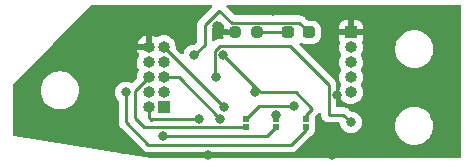
<source format=gtl>
%TF.GenerationSoftware,KiCad,Pcbnew,(6.0.7)*%
%TF.CreationDate,2022-08-20T21:52:45-04:00*%
%TF.ProjectId,THE_ENCODER,5448455f-454e-4434-9f44-45522e6b6963,rev?*%
%TF.SameCoordinates,Original*%
%TF.FileFunction,Copper,L1,Top*%
%TF.FilePolarity,Positive*%
%FSLAX46Y46*%
G04 Gerber Fmt 4.6, Leading zero omitted, Abs format (unit mm)*
G04 Created by KiCad (PCBNEW (6.0.7)) date 2022-08-20 21:52:45*
%MOMM*%
%LPD*%
G01*
G04 APERTURE LIST*
G04 Aperture macros list*
%AMRoundRect*
0 Rectangle with rounded corners*
0 $1 Rounding radius*
0 $2 $3 $4 $5 $6 $7 $8 $9 X,Y pos of 4 corners*
0 Add a 4 corners polygon primitive as box body*
4,1,4,$2,$3,$4,$5,$6,$7,$8,$9,$2,$3,0*
0 Add four circle primitives for the rounded corners*
1,1,$1+$1,$2,$3*
1,1,$1+$1,$4,$5*
1,1,$1+$1,$6,$7*
1,1,$1+$1,$8,$9*
0 Add four rect primitives between the rounded corners*
20,1,$1+$1,$2,$3,$4,$5,0*
20,1,$1+$1,$4,$5,$6,$7,0*
20,1,$1+$1,$6,$7,$8,$9,0*
20,1,$1+$1,$8,$9,$2,$3,0*%
G04 Aperture macros list end*
%TA.AperFunction,SMDPad,CuDef*%
%ADD10R,0.500000X0.500000*%
%TD*%
%TA.AperFunction,SMDPad,CuDef*%
%ADD11RoundRect,0.237500X-0.287500X-0.237500X0.287500X-0.237500X0.287500X0.237500X-0.287500X0.237500X0*%
%TD*%
%TA.AperFunction,SMDPad,CuDef*%
%ADD12RoundRect,0.237500X0.250000X0.237500X-0.250000X0.237500X-0.250000X-0.237500X0.250000X-0.237500X0*%
%TD*%
%TA.AperFunction,ComponentPad*%
%ADD13R,1.000000X1.000000*%
%TD*%
%TA.AperFunction,ComponentPad*%
%ADD14O,1.000000X1.000000*%
%TD*%
%TA.AperFunction,ViaPad*%
%ADD15C,0.800000*%
%TD*%
%TA.AperFunction,Conductor*%
%ADD16C,0.250000*%
%TD*%
G04 APERTURE END LIST*
D10*
%TO.P,NT3,1,1*%
%TO.N,/b_norm*%
X137795000Y-84155000D03*
%TO.P,NT3,2,2*%
%TO.N,/b_alt*%
X137795000Y-84855000D03*
%TD*%
%TO.P,NT2,1,1*%
%TO.N,/a_norm*%
X135255000Y-84155000D03*
%TO.P,NT2,2,2*%
%TO.N,/a_alt*%
X135255000Y-84855000D03*
%TD*%
%TO.P,NT1,1,1*%
%TO.N,/i_norm*%
X140335000Y-84155000D03*
%TO.P,NT1,2,2*%
%TO.N,/i_alt*%
X140335000Y-84855000D03*
%TD*%
D11*
%TO.P,D1,1,K*%
%TO.N,Net-(D1-Pad1)*%
X138825000Y-76835000D03*
%TO.P,D1,2,A*%
%TO.N,Net-(C1-Pad2)*%
X140575000Y-76835000D03*
%TD*%
D12*
%TO.P,R1,2*%
%TO.N,GND*%
X134342500Y-76835000D03*
%TO.P,R1,1*%
%TO.N,Net-(D1-Pad1)*%
X136167500Y-76835000D03*
%TD*%
D13*
%TO.P,J1,1,Pin_1*%
%TO.N,GND*%
X144145000Y-76835000D03*
D14*
%TO.P,J1,2,Pin_2*%
%TO.N,Net-(J1-Pad2)*%
X144145000Y-78105000D03*
%TO.P,J1,3,Pin_3*%
%TO.N,Net-(J1-Pad3)*%
X144145000Y-79375000D03*
%TO.P,J1,4,Pin_4*%
%TO.N,Net-(J1-Pad4)*%
X144145000Y-80645000D03*
%TO.P,J1,5,Pin_5*%
%TO.N,Net-(J1-Pad5)*%
X144145000Y-81915000D03*
%TD*%
%TO.P,J2,10,Pin_10*%
%TO.N,GND*%
X127010000Y-78090000D03*
%TO.P,J2,9,Pin_9*%
%TO.N,/i_def*%
X128280000Y-78090000D03*
%TO.P,J2,8,Pin_8*%
%TO.N,/b_alt*%
X127010000Y-79360000D03*
%TO.P,J2,7,Pin_7*%
%TO.N,/a_def*%
X128280000Y-79360000D03*
%TO.P,J2,6,Pin_6*%
%TO.N,/a_alt*%
X127010000Y-80630000D03*
%TO.P,J2,5,Pin_5*%
%TO.N,/b_def*%
X128280000Y-80630000D03*
%TO.P,J2,4,Pin_4*%
%TO.N,/i_alt*%
X127010000Y-81900000D03*
%TO.P,J2,3,Pin_3*%
%TO.N,unconnected-(J2-Pad3)*%
X128280000Y-81900000D03*
%TO.P,J2,2,Pin_2*%
%TO.N,/5v*%
X127010000Y-83170000D03*
D13*
%TO.P,J2,1,Pin_1*%
%TO.N,/3v3*%
X128280000Y-83170000D03*
%TD*%
D15*
%TO.N,GND*%
X132000000Y-87250000D03*
X151750000Y-75250000D03*
X147000000Y-75750000D03*
X149000000Y-82250000D03*
X151250000Y-84000000D03*
X142500000Y-87250000D03*
X125250000Y-76000000D03*
X124750000Y-86750000D03*
X122000000Y-85000000D03*
X122250000Y-79250000D03*
%TO.N,/5v*%
X131250000Y-84130500D03*
%TO.N,GND*%
X132762299Y-76262299D03*
X142974500Y-82117745D03*
X137500000Y-75000000D03*
%TO.N,/a_norm*%
X139290000Y-83050000D03*
%TO.N,/b_norm*%
X137795000Y-83820000D03*
%TO.N,/i_norm*%
X135984500Y-81915000D03*
%TO.N,/a_def*%
X144145000Y-84455000D03*
X132715000Y-80645000D03*
%TO.N,/i_def*%
X133351639Y-83179957D03*
%TO.N,/b_def*%
X133042652Y-84130500D03*
%TO.N,/i_norm*%
X133350000Y-78740000D03*
%TO.N,/b_alt*%
X128270000Y-85635500D03*
%TO.N,/i_alt*%
X125095000Y-81915000D03*
%TO.N,Net-(C1-Pad2)*%
X130859552Y-78789552D03*
%TD*%
D16*
%TO.N,/5v*%
X127369500Y-84130500D02*
X131250000Y-84130500D01*
X127250000Y-84250000D02*
X127369500Y-84130500D01*
X127010000Y-84010000D02*
X127250000Y-84250000D01*
X127010000Y-83170000D02*
X127010000Y-84010000D01*
%TO.N,GND*%
X133335000Y-76835000D02*
X132762299Y-76262299D01*
X134342500Y-76835000D02*
X133335000Y-76835000D01*
%TO.N,Net-(C1-Pad2)*%
X131750000Y-77899104D02*
X130859552Y-78789552D01*
X139775000Y-76035000D02*
X134035000Y-76035000D01*
X134035000Y-76035000D02*
X133000000Y-75000000D01*
X133000000Y-75000000D02*
X131750000Y-76250000D01*
X140575000Y-76835000D02*
X139775000Y-76035000D01*
X131750000Y-76250000D02*
X131750000Y-77899104D01*
%TO.N,/a_def*%
X143510000Y-83820000D02*
X144145000Y-84455000D01*
X142250000Y-83820000D02*
X143510000Y-83820000D01*
X138975000Y-78015000D02*
X142250000Y-81290000D01*
X132625000Y-78439695D02*
X133049695Y-78015000D01*
X132625000Y-80555000D02*
X132625000Y-78439695D01*
X142250000Y-81290000D02*
X142250000Y-83820000D01*
X132715000Y-80645000D02*
X132625000Y-80555000D01*
X133049695Y-78015000D02*
X138975000Y-78015000D01*
%TO.N,/a_norm*%
X136360000Y-83050000D02*
X139290000Y-83050000D01*
X135255000Y-84155000D02*
X136360000Y-83050000D01*
%TO.N,/i_norm*%
X136525000Y-81915000D02*
X135890000Y-81280000D01*
X139485000Y-81915000D02*
X136525000Y-81915000D01*
X140870000Y-83300000D02*
X139485000Y-81915000D01*
X140335000Y-84155000D02*
X140335000Y-83835000D01*
X140335000Y-83835000D02*
X140870000Y-83300000D01*
%TO.N,/b_norm*%
X137795000Y-84155000D02*
X137795000Y-83820000D01*
%TO.N,/i_norm*%
X135890000Y-81820500D02*
X135890000Y-81280000D01*
X135984500Y-81915000D02*
X135890000Y-81820500D01*
X135890000Y-81280000D02*
X133350000Y-78740000D01*
%TO.N,/i_def*%
X133351639Y-83161639D02*
X133351639Y-83179957D01*
X128280000Y-78090000D02*
X133351639Y-83161639D01*
%TO.N,/b_def*%
X129542152Y-80630000D02*
X133042652Y-84130500D01*
X128280000Y-80630000D02*
X129542152Y-80630000D01*
%TO.N,/b_alt*%
X137014500Y-85635500D02*
X137795000Y-84855000D01*
X128270000Y-85635500D02*
X137014500Y-85635500D01*
%TO.N,/a_alt*%
X126587820Y-84855000D02*
X135255000Y-84855000D01*
X125820000Y-84087180D02*
X126587820Y-84855000D01*
X125820000Y-81820000D02*
X125820000Y-84087180D01*
X127010000Y-80630000D02*
X125820000Y-81820000D01*
%TO.N,/i_alt*%
X140335000Y-85090000D02*
X140335000Y-84855000D01*
X139065000Y-86360000D02*
X140335000Y-85090000D01*
X127000000Y-86360000D02*
X139065000Y-86360000D01*
X125095000Y-84455000D02*
X127000000Y-86360000D01*
X125095000Y-81915000D02*
X125095000Y-84455000D01*
%TO.N,Net-(D1-Pad1)*%
X138825000Y-76835000D02*
X136167500Y-76835000D01*
%TD*%
%TA.AperFunction,Conductor*%
%TO.N,GND*%
G36*
X132359527Y-74528502D02*
G01*
X132406020Y-74582158D01*
X132416124Y-74652432D01*
X132386630Y-74717012D01*
X132380501Y-74723595D01*
X131357747Y-75746348D01*
X131349461Y-75753888D01*
X131342982Y-75758000D01*
X131337557Y-75763777D01*
X131296357Y-75807651D01*
X131293602Y-75810493D01*
X131273865Y-75830230D01*
X131271385Y-75833427D01*
X131263682Y-75842447D01*
X131233414Y-75874679D01*
X131229595Y-75881625D01*
X131229593Y-75881628D01*
X131223652Y-75892434D01*
X131212801Y-75908953D01*
X131200386Y-75924959D01*
X131197241Y-75932228D01*
X131197238Y-75932232D01*
X131182826Y-75965537D01*
X131177609Y-75976187D01*
X131156305Y-76014940D01*
X131154334Y-76022615D01*
X131154334Y-76022616D01*
X131151267Y-76034562D01*
X131144863Y-76053266D01*
X131136819Y-76071855D01*
X131135580Y-76079678D01*
X131135577Y-76079688D01*
X131129901Y-76115524D01*
X131127495Y-76127144D01*
X131116500Y-76169970D01*
X131116500Y-76190224D01*
X131114949Y-76209934D01*
X131111780Y-76229943D01*
X131112526Y-76237835D01*
X131115941Y-76273961D01*
X131116500Y-76285819D01*
X131116500Y-77584510D01*
X131096498Y-77652631D01*
X131079595Y-77673605D01*
X130909053Y-77844147D01*
X130846741Y-77878173D01*
X130819958Y-77881052D01*
X130764065Y-77881052D01*
X130757613Y-77882424D01*
X130757608Y-77882424D01*
X130672923Y-77900425D01*
X130577264Y-77920758D01*
X130571234Y-77923443D01*
X130571233Y-77923443D01*
X130408830Y-77995749D01*
X130408828Y-77995750D01*
X130402800Y-77998434D01*
X130248299Y-78110686D01*
X130120512Y-78252608D01*
X130025025Y-78417996D01*
X130022983Y-78424281D01*
X129991056Y-78522542D01*
X129966010Y-78599624D01*
X129965451Y-78604939D01*
X129931947Y-78667001D01*
X129869798Y-78701323D01*
X129798959Y-78696597D01*
X129753332Y-78667427D01*
X129326674Y-78240769D01*
X129292648Y-78178457D01*
X129290763Y-78135883D01*
X129292985Y-78118295D01*
X129293380Y-78090000D01*
X129274080Y-77893167D01*
X129270837Y-77882424D01*
X129231824Y-77753209D01*
X129216916Y-77703831D01*
X129124066Y-77529204D01*
X129040525Y-77426773D01*
X129002960Y-77380713D01*
X129002957Y-77380710D01*
X128999065Y-77375938D01*
X128993152Y-77371046D01*
X128851425Y-77253799D01*
X128851421Y-77253797D01*
X128846675Y-77249870D01*
X128672701Y-77155802D01*
X128483768Y-77097318D01*
X128477643Y-77096674D01*
X128477642Y-77096674D01*
X128293204Y-77077289D01*
X128293202Y-77077289D01*
X128287075Y-77076645D01*
X128204576Y-77084153D01*
X128096251Y-77094011D01*
X128096248Y-77094012D01*
X128090112Y-77094570D01*
X128084206Y-77096308D01*
X128084202Y-77096309D01*
X128007597Y-77118855D01*
X127900381Y-77150410D01*
X127894923Y-77153263D01*
X127894919Y-77153265D01*
X127799135Y-77203340D01*
X127725110Y-77242040D01*
X127720310Y-77245900D01*
X127715153Y-77249274D01*
X127713849Y-77247281D01*
X127657977Y-77270354D01*
X127588122Y-77257674D01*
X127574186Y-77249522D01*
X127570980Y-77247360D01*
X127407924Y-77159196D01*
X127396619Y-77154444D01*
X127281308Y-77118750D01*
X127267205Y-77118544D01*
X127264000Y-77125299D01*
X127264000Y-78218000D01*
X127243998Y-78286121D01*
X127190342Y-78332614D01*
X127138000Y-78344000D01*
X126052282Y-78344000D01*
X126038751Y-78347973D01*
X126037601Y-78355975D01*
X126066552Y-78456941D01*
X126071067Y-78468345D01*
X126155794Y-78633207D01*
X126162432Y-78643507D01*
X126164131Y-78645650D01*
X126164667Y-78646975D01*
X126165774Y-78648692D01*
X126165448Y-78648902D01*
X126190770Y-78711460D01*
X126177600Y-78781224D01*
X126173979Y-78787316D01*
X126173846Y-78787474D01*
X126173370Y-78788341D01*
X126173364Y-78788350D01*
X126162153Y-78808743D01*
X126078567Y-78960787D01*
X126076706Y-78966654D01*
X126076705Y-78966656D01*
X126071396Y-78983392D01*
X126018765Y-79149306D01*
X125996719Y-79345851D01*
X125998872Y-79371495D01*
X126006599Y-79463507D01*
X126013268Y-79542934D01*
X126017569Y-79557934D01*
X126046756Y-79659719D01*
X126067783Y-79733050D01*
X126158187Y-79908956D01*
X126162016Y-79913787D01*
X126163839Y-79916088D01*
X126164414Y-79917509D01*
X126165353Y-79918966D01*
X126165076Y-79919144D01*
X126190474Y-79981898D01*
X126177301Y-80051662D01*
X126173846Y-80057474D01*
X126078567Y-80230787D01*
X126076706Y-80236654D01*
X126076705Y-80236656D01*
X126053284Y-80310489D01*
X126018765Y-80419306D01*
X125996719Y-80615851D01*
X126001995Y-80678673D01*
X126002014Y-80678905D01*
X125987783Y-80748461D01*
X125965551Y-80778545D01*
X125660356Y-81083739D01*
X125598044Y-81117764D01*
X125527228Y-81112699D01*
X125520013Y-81109750D01*
X125383323Y-81048892D01*
X125383315Y-81048889D01*
X125377288Y-81046206D01*
X125264721Y-81022279D01*
X125196944Y-81007872D01*
X125196939Y-81007872D01*
X125190487Y-81006500D01*
X124999513Y-81006500D01*
X124993061Y-81007872D01*
X124993056Y-81007872D01*
X124925279Y-81022279D01*
X124812712Y-81046206D01*
X124806682Y-81048891D01*
X124806681Y-81048891D01*
X124644278Y-81121197D01*
X124644276Y-81121198D01*
X124638248Y-81123882D01*
X124632907Y-81127762D01*
X124632906Y-81127763D01*
X124617346Y-81139068D01*
X124483747Y-81236134D01*
X124479326Y-81241044D01*
X124479325Y-81241045D01*
X124370203Y-81362238D01*
X124355960Y-81378056D01*
X124341073Y-81403841D01*
X124276798Y-81515169D01*
X124260473Y-81543444D01*
X124201458Y-81725072D01*
X124181496Y-81915000D01*
X124182186Y-81921565D01*
X124184100Y-81939771D01*
X124201458Y-82104928D01*
X124260473Y-82286556D01*
X124263776Y-82292278D01*
X124263777Y-82292279D01*
X124283927Y-82327179D01*
X124355960Y-82451944D01*
X124429137Y-82533215D01*
X124459853Y-82597221D01*
X124461500Y-82617524D01*
X124461500Y-84376233D01*
X124460973Y-84387416D01*
X124459298Y-84394909D01*
X124459547Y-84402835D01*
X124459547Y-84402836D01*
X124461438Y-84462986D01*
X124461500Y-84466945D01*
X124461500Y-84494856D01*
X124461997Y-84498790D01*
X124461997Y-84498791D01*
X124462005Y-84498856D01*
X124462938Y-84510693D01*
X124464327Y-84554889D01*
X124467651Y-84566329D01*
X124469978Y-84574339D01*
X124473987Y-84593700D01*
X124476526Y-84613797D01*
X124479445Y-84621168D01*
X124479445Y-84621170D01*
X124492804Y-84654912D01*
X124496649Y-84666142D01*
X124508982Y-84708593D01*
X124513015Y-84715412D01*
X124513017Y-84715417D01*
X124519293Y-84726028D01*
X124527988Y-84743776D01*
X124535448Y-84762617D01*
X124540110Y-84769033D01*
X124540110Y-84769034D01*
X124561436Y-84798387D01*
X124567952Y-84808307D01*
X124578745Y-84826556D01*
X124590458Y-84846362D01*
X124604779Y-84860683D01*
X124617619Y-84875716D01*
X124629528Y-84892107D01*
X124635634Y-84897158D01*
X124663605Y-84920298D01*
X124672384Y-84928288D01*
X126496348Y-86752253D01*
X126503888Y-86760539D01*
X126508000Y-86767018D01*
X126513777Y-86772443D01*
X126557651Y-86813643D01*
X126560493Y-86816398D01*
X126580230Y-86836135D01*
X126583427Y-86838615D01*
X126592447Y-86846318D01*
X126624679Y-86876586D01*
X126631625Y-86880405D01*
X126631628Y-86880407D01*
X126642434Y-86886348D01*
X126658953Y-86897199D01*
X126674959Y-86909614D01*
X126682228Y-86912759D01*
X126682232Y-86912762D01*
X126715537Y-86927174D01*
X126726187Y-86932391D01*
X126764940Y-86953695D01*
X126772615Y-86955666D01*
X126772616Y-86955666D01*
X126784562Y-86958733D01*
X126803267Y-86965137D01*
X126821855Y-86973181D01*
X126829678Y-86974420D01*
X126829688Y-86974423D01*
X126865524Y-86980099D01*
X126877144Y-86982505D01*
X126908959Y-86990673D01*
X126919970Y-86993500D01*
X126940224Y-86993500D01*
X126959934Y-86995051D01*
X126979943Y-86998220D01*
X126987835Y-86997474D01*
X127006580Y-86995702D01*
X127023962Y-86994059D01*
X127035819Y-86993500D01*
X138986233Y-86993500D01*
X138997416Y-86994027D01*
X139004909Y-86995702D01*
X139012835Y-86995453D01*
X139012836Y-86995453D01*
X139072986Y-86993562D01*
X139076945Y-86993500D01*
X139104856Y-86993500D01*
X139108791Y-86993003D01*
X139108856Y-86992995D01*
X139120693Y-86992062D01*
X139152951Y-86991048D01*
X139156970Y-86990922D01*
X139164889Y-86990673D01*
X139184343Y-86985021D01*
X139203700Y-86981013D01*
X139215930Y-86979468D01*
X139215931Y-86979468D01*
X139223797Y-86978474D01*
X139231168Y-86975555D01*
X139231170Y-86975555D01*
X139264912Y-86962196D01*
X139276142Y-86958351D01*
X139310983Y-86948229D01*
X139310984Y-86948229D01*
X139318593Y-86946018D01*
X139325412Y-86941985D01*
X139325417Y-86941983D01*
X139336028Y-86935707D01*
X139353776Y-86927012D01*
X139372617Y-86919552D01*
X139408387Y-86893564D01*
X139418307Y-86887048D01*
X139449535Y-86868580D01*
X139449538Y-86868578D01*
X139456362Y-86864542D01*
X139470683Y-86850221D01*
X139485717Y-86837380D01*
X139495694Y-86830131D01*
X139502107Y-86825472D01*
X139530298Y-86791395D01*
X139538288Y-86782616D01*
X140706154Y-85614750D01*
X140751019Y-85585863D01*
X140823297Y-85558767D01*
X140831705Y-85555615D01*
X140948261Y-85468261D01*
X141035615Y-85351705D01*
X141086745Y-85215316D01*
X141093500Y-85153134D01*
X141093500Y-84556866D01*
X141089344Y-84518606D01*
X141089344Y-84491393D01*
X141093131Y-84456533D01*
X141093131Y-84456529D01*
X141093500Y-84453134D01*
X141093500Y-84024594D01*
X141113502Y-83956473D01*
X141130405Y-83935499D01*
X141267182Y-83798722D01*
X141285453Y-83783606D01*
X141285715Y-83783428D01*
X141285717Y-83783426D01*
X141292271Y-83778972D01*
X141298197Y-83772251D01*
X141329429Y-83736825D01*
X141334848Y-83731056D01*
X141346134Y-83719770D01*
X141355930Y-83707142D01*
X141360973Y-83701046D01*
X141395987Y-83661331D01*
X141456040Y-83623461D01*
X141527034Y-83624070D01*
X141586429Y-83662964D01*
X141615367Y-83727795D01*
X141616500Y-83744657D01*
X141616500Y-83748207D01*
X141614268Y-83771816D01*
X141612725Y-83779906D01*
X141616251Y-83835951D01*
X141616500Y-83843862D01*
X141616500Y-83859856D01*
X141618506Y-83875730D01*
X141619249Y-83883598D01*
X141621417Y-83918056D01*
X141622775Y-83939650D01*
X141625225Y-83947191D01*
X141625321Y-83947487D01*
X141630494Y-83970631D01*
X141630532Y-83970935D01*
X141630533Y-83970940D01*
X141631526Y-83978797D01*
X141634442Y-83986162D01*
X141634443Y-83986166D01*
X141652199Y-84031011D01*
X141654871Y-84038430D01*
X141672236Y-84091875D01*
X141676486Y-84098571D01*
X141676486Y-84098572D01*
X141676650Y-84098831D01*
X141687415Y-84119958D01*
X141687529Y-84120246D01*
X141687532Y-84120251D01*
X141690448Y-84127617D01*
X141695104Y-84134025D01*
X141695107Y-84134031D01*
X141723458Y-84173052D01*
X141727901Y-84179589D01*
X141758000Y-84227018D01*
X141763778Y-84232444D01*
X141763779Y-84232445D01*
X141764007Y-84232659D01*
X141779688Y-84250446D01*
X141784528Y-84257107D01*
X141790637Y-84262161D01*
X141790638Y-84262162D01*
X141827796Y-84292903D01*
X141833730Y-84298134D01*
X141868898Y-84331158D01*
X141868901Y-84331160D01*
X141874679Y-84336586D01*
X141881903Y-84340558D01*
X141901506Y-84353881D01*
X141901746Y-84354080D01*
X141901753Y-84354084D01*
X141907856Y-84359133D01*
X141944196Y-84376233D01*
X141958676Y-84383047D01*
X141965708Y-84386629D01*
X142014940Y-84413695D01*
X142022615Y-84415665D01*
X142022621Y-84415668D01*
X142022919Y-84415744D01*
X142045228Y-84423776D01*
X142045503Y-84423906D01*
X142045511Y-84423909D01*
X142052682Y-84427283D01*
X142107849Y-84437806D01*
X142115558Y-84439529D01*
X142149551Y-84448257D01*
X142162293Y-84451529D01*
X142162294Y-84451529D01*
X142169970Y-84453500D01*
X142178207Y-84453500D01*
X142201816Y-84455732D01*
X142202119Y-84455790D01*
X142202123Y-84455790D01*
X142209906Y-84457275D01*
X142265951Y-84453749D01*
X142273862Y-84453500D01*
X143117887Y-84453500D01*
X143186008Y-84473502D01*
X143232501Y-84527158D01*
X143243197Y-84566329D01*
X143251458Y-84644928D01*
X143310473Y-84826556D01*
X143313776Y-84832278D01*
X143313777Y-84832279D01*
X143330176Y-84860683D01*
X143405960Y-84991944D01*
X143533747Y-85133866D01*
X143688248Y-85246118D01*
X143694276Y-85248802D01*
X143694278Y-85248803D01*
X143856681Y-85321109D01*
X143862712Y-85323794D01*
X143954466Y-85343297D01*
X144043056Y-85362128D01*
X144043061Y-85362128D01*
X144049513Y-85363500D01*
X144240487Y-85363500D01*
X144246939Y-85362128D01*
X144246944Y-85362128D01*
X144335534Y-85343297D01*
X144427288Y-85323794D01*
X144433319Y-85321109D01*
X144595722Y-85248803D01*
X144595724Y-85248802D01*
X144601752Y-85246118D01*
X144756253Y-85133866D01*
X144884040Y-84991944D01*
X144959824Y-84860683D01*
X144976223Y-84832279D01*
X144976224Y-84832278D01*
X144979527Y-84826556D01*
X145004402Y-84750000D01*
X147886526Y-84750000D01*
X147906391Y-85002403D01*
X147965495Y-85248591D01*
X147967388Y-85253162D01*
X147967389Y-85253164D01*
X148012524Y-85362128D01*
X148062384Y-85482502D01*
X148194672Y-85698376D01*
X148359102Y-85890898D01*
X148551624Y-86055328D01*
X148767498Y-86187616D01*
X148772068Y-86189509D01*
X148772072Y-86189511D01*
X148982764Y-86276782D01*
X149001409Y-86284505D01*
X149086032Y-86304821D01*
X149242784Y-86342454D01*
X149242790Y-86342455D01*
X149247597Y-86343609D01*
X149347416Y-86351465D01*
X149434345Y-86358307D01*
X149434352Y-86358307D01*
X149436801Y-86358500D01*
X149563199Y-86358500D01*
X149565648Y-86358307D01*
X149565655Y-86358307D01*
X149652584Y-86351465D01*
X149752403Y-86343609D01*
X149757210Y-86342455D01*
X149757216Y-86342454D01*
X149913968Y-86304821D01*
X149998591Y-86284505D01*
X150017236Y-86276782D01*
X150227928Y-86189511D01*
X150227932Y-86189509D01*
X150232502Y-86187616D01*
X150448376Y-86055328D01*
X150640898Y-85890898D01*
X150805328Y-85698376D01*
X150937616Y-85482502D01*
X150987477Y-85362128D01*
X151032611Y-85253164D01*
X151032612Y-85253162D01*
X151034505Y-85248591D01*
X151093609Y-85002403D01*
X151113474Y-84750000D01*
X151093609Y-84497597D01*
X151092000Y-84490892D01*
X151051749Y-84323238D01*
X151034505Y-84251409D01*
X151024402Y-84227018D01*
X150939511Y-84022072D01*
X150939509Y-84022068D01*
X150937616Y-84017498D01*
X150805328Y-83801624D01*
X150640898Y-83609102D01*
X150448376Y-83444672D01*
X150232502Y-83312384D01*
X150227932Y-83310491D01*
X150227928Y-83310489D01*
X150003164Y-83217389D01*
X150003162Y-83217388D01*
X149998591Y-83215495D01*
X149877909Y-83186522D01*
X149757216Y-83157546D01*
X149757210Y-83157545D01*
X149752403Y-83156391D01*
X149652584Y-83148535D01*
X149565655Y-83141693D01*
X149565648Y-83141693D01*
X149563199Y-83141500D01*
X149436801Y-83141500D01*
X149434352Y-83141693D01*
X149434345Y-83141693D01*
X149347416Y-83148535D01*
X149247597Y-83156391D01*
X149242790Y-83157545D01*
X149242784Y-83157546D01*
X149122091Y-83186522D01*
X149001409Y-83215495D01*
X148996838Y-83217388D01*
X148996836Y-83217389D01*
X148772072Y-83310489D01*
X148772068Y-83310491D01*
X148767498Y-83312384D01*
X148551624Y-83444672D01*
X148359102Y-83609102D01*
X148194672Y-83801624D01*
X148062384Y-84017498D01*
X148060491Y-84022068D01*
X148060489Y-84022072D01*
X147975598Y-84227018D01*
X147965495Y-84251409D01*
X147948251Y-84323238D01*
X147908001Y-84490892D01*
X147906391Y-84497597D01*
X147886526Y-84750000D01*
X145004402Y-84750000D01*
X145038542Y-84644928D01*
X145058504Y-84455000D01*
X145047876Y-84353881D01*
X145039232Y-84271635D01*
X145039232Y-84271633D01*
X145038542Y-84265072D01*
X144979527Y-84083444D01*
X144968939Y-84065104D01*
X144906220Y-83956473D01*
X144884040Y-83918056D01*
X144858895Y-83890129D01*
X144760675Y-83781045D01*
X144760674Y-83781044D01*
X144756253Y-83776134D01*
X144601752Y-83663882D01*
X144595724Y-83661198D01*
X144595722Y-83661197D01*
X144433319Y-83588891D01*
X144433318Y-83588891D01*
X144427288Y-83586206D01*
X144333888Y-83566353D01*
X144246944Y-83547872D01*
X144246939Y-83547872D01*
X144240487Y-83546500D01*
X144184595Y-83546500D01*
X144116474Y-83526498D01*
X144095500Y-83509595D01*
X144013652Y-83427747D01*
X144006112Y-83419461D01*
X144002000Y-83412982D01*
X143981383Y-83393621D01*
X143952349Y-83366357D01*
X143949507Y-83363602D01*
X143929770Y-83343865D01*
X143926573Y-83341385D01*
X143917551Y-83333680D01*
X143891100Y-83308841D01*
X143885321Y-83303414D01*
X143878375Y-83299595D01*
X143878372Y-83299593D01*
X143867566Y-83293652D01*
X143851047Y-83282801D01*
X143850583Y-83282441D01*
X143835041Y-83270386D01*
X143827772Y-83267241D01*
X143827768Y-83267238D01*
X143794463Y-83252826D01*
X143783813Y-83247609D01*
X143745060Y-83226305D01*
X143725437Y-83221267D01*
X143706734Y-83214863D01*
X143695420Y-83209967D01*
X143695419Y-83209967D01*
X143688145Y-83206819D01*
X143680322Y-83205580D01*
X143680312Y-83205577D01*
X143644476Y-83199901D01*
X143632856Y-83197495D01*
X143597711Y-83188472D01*
X143597710Y-83188472D01*
X143590030Y-83186500D01*
X143569776Y-83186500D01*
X143550065Y-83184949D01*
X143537886Y-83183020D01*
X143530057Y-83181780D01*
X143522165Y-83182526D01*
X143486039Y-83185941D01*
X143474181Y-83186500D01*
X143009500Y-83186500D01*
X142941379Y-83166498D01*
X142894886Y-83112842D01*
X142883500Y-83060500D01*
X142883500Y-81951158D01*
X142896971Y-81905280D01*
X142896004Y-81903325D01*
X143122469Y-81903325D01*
X143130396Y-81915660D01*
X143135058Y-81940615D01*
X143148268Y-82097934D01*
X143158436Y-82133393D01*
X143192780Y-82253164D01*
X143202783Y-82288050D01*
X143219885Y-82321326D01*
X143287014Y-82451944D01*
X143293187Y-82463956D01*
X143416035Y-82618953D01*
X143420728Y-82622947D01*
X143420729Y-82622948D01*
X143521608Y-82708802D01*
X143566650Y-82747136D01*
X143739294Y-82843624D01*
X143927392Y-82904740D01*
X144123777Y-82928158D01*
X144129912Y-82927686D01*
X144129914Y-82927686D01*
X144314830Y-82913457D01*
X144314834Y-82913456D01*
X144320972Y-82912984D01*
X144511463Y-82859798D01*
X144516967Y-82857018D01*
X144516969Y-82857017D01*
X144682495Y-82773404D01*
X144682497Y-82773403D01*
X144687996Y-82770625D01*
X144843847Y-82648861D01*
X144973078Y-82499145D01*
X145070769Y-82327179D01*
X145133197Y-82139513D01*
X145157985Y-81943295D01*
X145158380Y-81915000D01*
X145139080Y-81718167D01*
X145129149Y-81685272D01*
X145088225Y-81549729D01*
X145081916Y-81528831D01*
X144989066Y-81354204D01*
X144985167Y-81349424D01*
X144984715Y-81348743D01*
X144963676Y-81280935D01*
X144980105Y-81216775D01*
X145067723Y-81062542D01*
X145067725Y-81062537D01*
X145070769Y-81057179D01*
X145133197Y-80869513D01*
X145157985Y-80673295D01*
X145158380Y-80645000D01*
X145139080Y-80448167D01*
X145081916Y-80258831D01*
X144989066Y-80084204D01*
X144985167Y-80079424D01*
X144984715Y-80078743D01*
X144963676Y-80010935D01*
X144980105Y-79946775D01*
X145067723Y-79792542D01*
X145067725Y-79792537D01*
X145070769Y-79787179D01*
X145133197Y-79599513D01*
X145157985Y-79403295D01*
X145158188Y-79388753D01*
X145158331Y-79378523D01*
X145158331Y-79378520D01*
X145158380Y-79375000D01*
X145139080Y-79178167D01*
X145135658Y-79166831D01*
X145115162Y-79098947D01*
X145081916Y-78988831D01*
X144989066Y-78814204D01*
X144985167Y-78809424D01*
X144984715Y-78808743D01*
X144963676Y-78740935D01*
X144980105Y-78676775D01*
X144985416Y-78667427D01*
X145021148Y-78604527D01*
X145067723Y-78522542D01*
X145067725Y-78522537D01*
X145070769Y-78517179D01*
X145133197Y-78329513D01*
X145143242Y-78250000D01*
X147886526Y-78250000D01*
X147906391Y-78502403D01*
X147907545Y-78507210D01*
X147907546Y-78507216D01*
X147937794Y-78633207D01*
X147965495Y-78748591D01*
X147967388Y-78753162D01*
X147967389Y-78753164D01*
X148059603Y-78975787D01*
X148062384Y-78982502D01*
X148194672Y-79198376D01*
X148359102Y-79390898D01*
X148551624Y-79555328D01*
X148767498Y-79687616D01*
X148772068Y-79689509D01*
X148772072Y-79689511D01*
X148984555Y-79777524D01*
X149001409Y-79784505D01*
X149034886Y-79792542D01*
X149242784Y-79842454D01*
X149242790Y-79842455D01*
X149247597Y-79843609D01*
X149347416Y-79851465D01*
X149434345Y-79858307D01*
X149434352Y-79858307D01*
X149436801Y-79858500D01*
X149563199Y-79858500D01*
X149565648Y-79858307D01*
X149565655Y-79858307D01*
X149652584Y-79851465D01*
X149752403Y-79843609D01*
X149757210Y-79842455D01*
X149757216Y-79842454D01*
X149965114Y-79792542D01*
X149998591Y-79784505D01*
X150015445Y-79777524D01*
X150227928Y-79689511D01*
X150227932Y-79689509D01*
X150232502Y-79687616D01*
X150448376Y-79555328D01*
X150640898Y-79390898D01*
X150805328Y-79198376D01*
X150937616Y-78982502D01*
X150940398Y-78975787D01*
X151032611Y-78753164D01*
X151032612Y-78753162D01*
X151034505Y-78748591D01*
X151062206Y-78633207D01*
X151092454Y-78507216D01*
X151092455Y-78507210D01*
X151093609Y-78502403D01*
X151113474Y-78250000D01*
X151093609Y-77997597D01*
X151075807Y-77923443D01*
X151035660Y-77756221D01*
X151034505Y-77751409D01*
X151017388Y-77710084D01*
X150939511Y-77522072D01*
X150939509Y-77522068D01*
X150937616Y-77517498D01*
X150805328Y-77301624D01*
X150654708Y-77125271D01*
X150644106Y-77112858D01*
X150640898Y-77109102D01*
X150448376Y-76944672D01*
X150232502Y-76812384D01*
X150227932Y-76810491D01*
X150227928Y-76810489D01*
X150003164Y-76717389D01*
X150003162Y-76717388D01*
X149998591Y-76715495D01*
X149886156Y-76688502D01*
X149757216Y-76657546D01*
X149757210Y-76657545D01*
X149752403Y-76656391D01*
X149652584Y-76648535D01*
X149565655Y-76641693D01*
X149565648Y-76641693D01*
X149563199Y-76641500D01*
X149436801Y-76641500D01*
X149434352Y-76641693D01*
X149434345Y-76641693D01*
X149347416Y-76648535D01*
X149247597Y-76656391D01*
X149242790Y-76657545D01*
X149242784Y-76657546D01*
X149113844Y-76688502D01*
X149001409Y-76715495D01*
X148996838Y-76717388D01*
X148996836Y-76717389D01*
X148772072Y-76810489D01*
X148772068Y-76810491D01*
X148767498Y-76812384D01*
X148551624Y-76944672D01*
X148359102Y-77109102D01*
X148355894Y-77112858D01*
X148345292Y-77125271D01*
X148194672Y-77301624D01*
X148062384Y-77517498D01*
X148060491Y-77522068D01*
X148060489Y-77522072D01*
X147982612Y-77710084D01*
X147965495Y-77751409D01*
X147964340Y-77756221D01*
X147924194Y-77923443D01*
X147906391Y-77997597D01*
X147886526Y-78250000D01*
X145143242Y-78250000D01*
X145157985Y-78133295D01*
X145158380Y-78105000D01*
X145139080Y-77908167D01*
X145130894Y-77881052D01*
X145083699Y-77724736D01*
X145083698Y-77724734D01*
X145081916Y-77718831D01*
X145079022Y-77713387D01*
X145076973Y-77708417D01*
X145069509Y-77637814D01*
X145087145Y-77597429D01*
X145085479Y-77596517D01*
X145098323Y-77573058D01*
X145143478Y-77452606D01*
X145147105Y-77437351D01*
X145152631Y-77386486D01*
X145153000Y-77379672D01*
X145153000Y-77107115D01*
X145148525Y-77091876D01*
X145147135Y-77090671D01*
X145139452Y-77089000D01*
X143155116Y-77089000D01*
X143139877Y-77093475D01*
X143138672Y-77094865D01*
X143137001Y-77102548D01*
X143137001Y-77379669D01*
X143137371Y-77386490D01*
X143142895Y-77437352D01*
X143146521Y-77452604D01*
X143191676Y-77573054D01*
X143204522Y-77596517D01*
X143202213Y-77597781D01*
X143222242Y-77651401D01*
X143213125Y-77705647D01*
X143213567Y-77705787D01*
X143212733Y-77708417D01*
X143211706Y-77711654D01*
X143211705Y-77711656D01*
X143174121Y-77830135D01*
X143153765Y-77894306D01*
X143131719Y-78090851D01*
X143134317Y-78121793D01*
X143145497Y-78254930D01*
X143148268Y-78287934D01*
X143202783Y-78478050D01*
X143293187Y-78653956D01*
X143297016Y-78658787D01*
X143298839Y-78661088D01*
X143299414Y-78662509D01*
X143300353Y-78663966D01*
X143300076Y-78664144D01*
X143325474Y-78726898D01*
X143312301Y-78796662D01*
X143308846Y-78802474D01*
X143213567Y-78975787D01*
X143211706Y-78981654D01*
X143211705Y-78981656D01*
X143205144Y-79002338D01*
X143153765Y-79164306D01*
X143131719Y-79360851D01*
X143132235Y-79366995D01*
X143146493Y-79536793D01*
X143148268Y-79557934D01*
X143158436Y-79593393D01*
X143200055Y-79738535D01*
X143202783Y-79748050D01*
X143293187Y-79923956D01*
X143297016Y-79928787D01*
X143298839Y-79931088D01*
X143299414Y-79932509D01*
X143300353Y-79933966D01*
X143300076Y-79934144D01*
X143325474Y-79996898D01*
X143312301Y-80066662D01*
X143308846Y-80072474D01*
X143213567Y-80245787D01*
X143211706Y-80251654D01*
X143211705Y-80251656D01*
X143202800Y-80279729D01*
X143153765Y-80434306D01*
X143131719Y-80630851D01*
X143132235Y-80636995D01*
X143147680Y-80820928D01*
X143148268Y-80827934D01*
X143165975Y-80889684D01*
X143197955Y-81001212D01*
X143202783Y-81018050D01*
X143205602Y-81023535D01*
X143287014Y-81181944D01*
X143293187Y-81193956D01*
X143297016Y-81198787D01*
X143298839Y-81201088D01*
X143299414Y-81202509D01*
X143300353Y-81203966D01*
X143300076Y-81204144D01*
X143325474Y-81266898D01*
X143312301Y-81336662D01*
X143308846Y-81342474D01*
X143213567Y-81515787D01*
X143211706Y-81521654D01*
X143211705Y-81521656D01*
X143182267Y-81614457D01*
X143153765Y-81704306D01*
X143151436Y-81725072D01*
X143134715Y-81874141D01*
X143122469Y-81903325D01*
X142896004Y-81903325D01*
X142885400Y-81881897D01*
X142883500Y-81860096D01*
X142883500Y-81368763D01*
X142884027Y-81357579D01*
X142885701Y-81350091D01*
X142883562Y-81282032D01*
X142883500Y-81278075D01*
X142883500Y-81250144D01*
X142882994Y-81246138D01*
X142882061Y-81234292D01*
X142881063Y-81202509D01*
X142880673Y-81190110D01*
X142875022Y-81170658D01*
X142871014Y-81151306D01*
X142869468Y-81139068D01*
X142869467Y-81139066D01*
X142868474Y-81131203D01*
X142852194Y-81090086D01*
X142848359Y-81078885D01*
X142836018Y-81036406D01*
X142831985Y-81029587D01*
X142831983Y-81029582D01*
X142825707Y-81018971D01*
X142817010Y-81001221D01*
X142809552Y-80982383D01*
X142783571Y-80946623D01*
X142777053Y-80936701D01*
X142758578Y-80905460D01*
X142758574Y-80905455D01*
X142754542Y-80898637D01*
X142740218Y-80884313D01*
X142727376Y-80869278D01*
X142715472Y-80852893D01*
X142681406Y-80824711D01*
X142672627Y-80816722D01*
X139790364Y-77934459D01*
X139756338Y-77872147D01*
X139761403Y-77801332D01*
X139803950Y-77744496D01*
X139870470Y-77719685D01*
X139945575Y-77738104D01*
X139970080Y-77753209D01*
X140135191Y-77807974D01*
X140142027Y-77808674D01*
X140142030Y-77808675D01*
X140193526Y-77813951D01*
X140237928Y-77818500D01*
X140912072Y-77818500D01*
X140915318Y-77818163D01*
X140915322Y-77818163D01*
X141009235Y-77808419D01*
X141009239Y-77808418D01*
X141016093Y-77807707D01*
X141022629Y-77805526D01*
X141022631Y-77805526D01*
X141170415Y-77756221D01*
X141181107Y-77752654D01*
X141329031Y-77661116D01*
X141338729Y-77651401D01*
X141446758Y-77543184D01*
X141446762Y-77543179D01*
X141451929Y-77538003D01*
X141464583Y-77517474D01*
X141539369Y-77396150D01*
X141539370Y-77396148D01*
X141543209Y-77389920D01*
X141597974Y-77224809D01*
X141608500Y-77122072D01*
X141608500Y-76562885D01*
X143137000Y-76562885D01*
X143141475Y-76578124D01*
X143142865Y-76579329D01*
X143150548Y-76581000D01*
X143872885Y-76581000D01*
X143888124Y-76576525D01*
X143889329Y-76575135D01*
X143891000Y-76567452D01*
X143891000Y-76562885D01*
X144399000Y-76562885D01*
X144403475Y-76578124D01*
X144404865Y-76579329D01*
X144412548Y-76581000D01*
X145134884Y-76581000D01*
X145150123Y-76576525D01*
X145151328Y-76575135D01*
X145152999Y-76567452D01*
X145152999Y-76290331D01*
X145152629Y-76283510D01*
X145147105Y-76232648D01*
X145143479Y-76217396D01*
X145098324Y-76096946D01*
X145089786Y-76081351D01*
X145013285Y-75979276D01*
X145000724Y-75966715D01*
X144898649Y-75890214D01*
X144883054Y-75881676D01*
X144762606Y-75836522D01*
X144747351Y-75832895D01*
X144696486Y-75827369D01*
X144689672Y-75827000D01*
X144417115Y-75827000D01*
X144401876Y-75831475D01*
X144400671Y-75832865D01*
X144399000Y-75840548D01*
X144399000Y-76562885D01*
X143891000Y-76562885D01*
X143891000Y-75845116D01*
X143886525Y-75829877D01*
X143885135Y-75828672D01*
X143877452Y-75827001D01*
X143600331Y-75827001D01*
X143593510Y-75827371D01*
X143542648Y-75832895D01*
X143527396Y-75836521D01*
X143406946Y-75881676D01*
X143391351Y-75890214D01*
X143289276Y-75966715D01*
X143276715Y-75979276D01*
X143200214Y-76081351D01*
X143191676Y-76096946D01*
X143146522Y-76217394D01*
X143142895Y-76232649D01*
X143137369Y-76283514D01*
X143137000Y-76290328D01*
X143137000Y-76562885D01*
X141608500Y-76562885D01*
X141608500Y-76547928D01*
X141608163Y-76544678D01*
X141598419Y-76450765D01*
X141598418Y-76450761D01*
X141597707Y-76443907D01*
X141594235Y-76433498D01*
X141544972Y-76285841D01*
X141542654Y-76278893D01*
X141451116Y-76130969D01*
X141435644Y-76115524D01*
X141333184Y-76013242D01*
X141333179Y-76013238D01*
X141328003Y-76008071D01*
X141267845Y-75970989D01*
X141186150Y-75920631D01*
X141186148Y-75920630D01*
X141179920Y-75916791D01*
X141014809Y-75862026D01*
X141007973Y-75861326D01*
X141007970Y-75861325D01*
X140956474Y-75856049D01*
X140912072Y-75851500D01*
X140539595Y-75851500D01*
X140471474Y-75831498D01*
X140450500Y-75814595D01*
X140278652Y-75642747D01*
X140271112Y-75634461D01*
X140267000Y-75627982D01*
X140217348Y-75581356D01*
X140214507Y-75578602D01*
X140194770Y-75558865D01*
X140191573Y-75556385D01*
X140182551Y-75548680D01*
X140156100Y-75523841D01*
X140150321Y-75518414D01*
X140143375Y-75514595D01*
X140143372Y-75514593D01*
X140132566Y-75508652D01*
X140116047Y-75497801D01*
X140115583Y-75497441D01*
X140100041Y-75485386D01*
X140092772Y-75482241D01*
X140092768Y-75482238D01*
X140059463Y-75467826D01*
X140048813Y-75462609D01*
X140010060Y-75441305D01*
X139990437Y-75436267D01*
X139971734Y-75429863D01*
X139960420Y-75424967D01*
X139960419Y-75424967D01*
X139953145Y-75421819D01*
X139945322Y-75420580D01*
X139945312Y-75420577D01*
X139909476Y-75414901D01*
X139897856Y-75412495D01*
X139862711Y-75403472D01*
X139862710Y-75403472D01*
X139855030Y-75401500D01*
X139834776Y-75401500D01*
X139815065Y-75399949D01*
X139802886Y-75398020D01*
X139795057Y-75396780D01*
X139787165Y-75397526D01*
X139751039Y-75400941D01*
X139739181Y-75401500D01*
X134349595Y-75401500D01*
X134281474Y-75381498D01*
X134260499Y-75364595D01*
X133619500Y-74723595D01*
X133585475Y-74661283D01*
X133590540Y-74590467D01*
X133633087Y-74533632D01*
X133699607Y-74508821D01*
X133708596Y-74508500D01*
X153365500Y-74508500D01*
X153433621Y-74528502D01*
X153480114Y-74582158D01*
X153491500Y-74634500D01*
X153491500Y-87365500D01*
X153471498Y-87433621D01*
X153417842Y-87480114D01*
X153365500Y-87491500D01*
X127550443Y-87491500D01*
X127530536Y-87489918D01*
X127178680Y-87433621D01*
X115614593Y-85583368D01*
X115550488Y-85552854D01*
X115513056Y-85492527D01*
X115508500Y-85458950D01*
X115508500Y-81750000D01*
X117886526Y-81750000D01*
X117906391Y-82002403D01*
X117965495Y-82248591D01*
X117967388Y-82253162D01*
X117967389Y-82253164D01*
X118052433Y-82458477D01*
X118062384Y-82482502D01*
X118194672Y-82698376D01*
X118359102Y-82890898D01*
X118362858Y-82894106D01*
X118375309Y-82904740D01*
X118551624Y-83055328D01*
X118767498Y-83187616D01*
X118772068Y-83189509D01*
X118772072Y-83189511D01*
X118979046Y-83275242D01*
X119001409Y-83284505D01*
X119064256Y-83299593D01*
X119242784Y-83342454D01*
X119242790Y-83342455D01*
X119247597Y-83343609D01*
X119347416Y-83351465D01*
X119434345Y-83358307D01*
X119434352Y-83358307D01*
X119436801Y-83358500D01*
X119563199Y-83358500D01*
X119565648Y-83358307D01*
X119565655Y-83358307D01*
X119652584Y-83351465D01*
X119752403Y-83343609D01*
X119757210Y-83342455D01*
X119757216Y-83342454D01*
X119935744Y-83299593D01*
X119998591Y-83284505D01*
X120020954Y-83275242D01*
X120227928Y-83189511D01*
X120227932Y-83189509D01*
X120232502Y-83187616D01*
X120448376Y-83055328D01*
X120624691Y-82904740D01*
X120637142Y-82894106D01*
X120640898Y-82890898D01*
X120805328Y-82698376D01*
X120937616Y-82482502D01*
X120947568Y-82458477D01*
X121032611Y-82253164D01*
X121032612Y-82253162D01*
X121034505Y-82248591D01*
X121093609Y-82002403D01*
X121113474Y-81750000D01*
X121093609Y-81497597D01*
X121088052Y-81474447D01*
X121052832Y-81327749D01*
X121034505Y-81251409D01*
X121030212Y-81241045D01*
X120939511Y-81022072D01*
X120939509Y-81022068D01*
X120937616Y-81017498D01*
X120805328Y-80801624D01*
X120640898Y-80609102D01*
X120448376Y-80444672D01*
X120232502Y-80312384D01*
X120227932Y-80310491D01*
X120227928Y-80310489D01*
X120003164Y-80217389D01*
X120003162Y-80217388D01*
X119998591Y-80215495D01*
X119913968Y-80195179D01*
X119757216Y-80157546D01*
X119757210Y-80157545D01*
X119752403Y-80156391D01*
X119652584Y-80148535D01*
X119565655Y-80141693D01*
X119565648Y-80141693D01*
X119563199Y-80141500D01*
X119436801Y-80141500D01*
X119434352Y-80141693D01*
X119434345Y-80141693D01*
X119347416Y-80148535D01*
X119247597Y-80156391D01*
X119242790Y-80157545D01*
X119242784Y-80157546D01*
X119086032Y-80195179D01*
X119001409Y-80215495D01*
X118996838Y-80217388D01*
X118996836Y-80217389D01*
X118772072Y-80310489D01*
X118772068Y-80310491D01*
X118767498Y-80312384D01*
X118551624Y-80444672D01*
X118359102Y-80609102D01*
X118194672Y-80801624D01*
X118062384Y-81017498D01*
X118060491Y-81022068D01*
X118060489Y-81022072D01*
X117969788Y-81241045D01*
X117965495Y-81251409D01*
X117947168Y-81327749D01*
X117911949Y-81474447D01*
X117906391Y-81497597D01*
X117886526Y-81750000D01*
X115508500Y-81750000D01*
X115508500Y-81262817D01*
X115528502Y-81194696D01*
X115545405Y-81173722D01*
X118886296Y-77832831D01*
X126038202Y-77832831D01*
X126044763Y-77836000D01*
X126737885Y-77836000D01*
X126753124Y-77831525D01*
X126754329Y-77830135D01*
X126756000Y-77822452D01*
X126756000Y-77132076D01*
X126752027Y-77118545D01*
X126744232Y-77117425D01*
X126636479Y-77149138D01*
X126625111Y-77153731D01*
X126460846Y-77239607D01*
X126450585Y-77246321D01*
X126306127Y-77362468D01*
X126297368Y-77371046D01*
X126178222Y-77513039D01*
X126171292Y-77523159D01*
X126081998Y-77685585D01*
X126077166Y-77696858D01*
X126038506Y-77818731D01*
X126038202Y-77832831D01*
X118886296Y-77832831D01*
X122173722Y-74545405D01*
X122236034Y-74511379D01*
X122262817Y-74508500D01*
X132291406Y-74508500D01*
X132359527Y-74528502D01*
G37*
%TD.AperFunction*%
%TA.AperFunction,Conductor*%
G36*
X133044032Y-75956039D02*
G01*
X133089095Y-75985000D01*
X133350336Y-76246241D01*
X133384362Y-76308553D01*
X133380834Y-76375003D01*
X133359685Y-76438765D01*
X133356819Y-76452132D01*
X133347328Y-76544770D01*
X133347000Y-76551185D01*
X133347000Y-76562885D01*
X133351475Y-76578124D01*
X133352865Y-76579329D01*
X133360548Y-76581000D01*
X133675514Y-76581000D01*
X133725554Y-76591363D01*
X133750537Y-76602174D01*
X133761187Y-76607391D01*
X133799940Y-76628695D01*
X133807615Y-76630666D01*
X133807616Y-76630666D01*
X133819562Y-76633733D01*
X133838267Y-76640137D01*
X133856855Y-76648181D01*
X133864678Y-76649420D01*
X133864688Y-76649423D01*
X133900524Y-76655099D01*
X133912144Y-76657505D01*
X133947289Y-76666528D01*
X133954970Y-76668500D01*
X133975224Y-76668500D01*
X133994934Y-76670051D01*
X134014943Y-76673220D01*
X134022835Y-76672474D01*
X134058961Y-76669059D01*
X134070819Y-76668500D01*
X134470500Y-76668500D01*
X134538621Y-76688502D01*
X134585114Y-76742158D01*
X134596500Y-76794500D01*
X134596500Y-76963000D01*
X134576498Y-77031121D01*
X134522842Y-77077614D01*
X134470500Y-77089000D01*
X133365115Y-77089000D01*
X133349876Y-77093475D01*
X133348671Y-77094865D01*
X133347000Y-77102548D01*
X133347000Y-77118766D01*
X133347337Y-77125282D01*
X133357075Y-77219132D01*
X133359186Y-77228907D01*
X133354012Y-77299715D01*
X133311377Y-77356485D01*
X133244819Y-77381193D01*
X133236024Y-77381500D01*
X133128458Y-77381500D01*
X133117274Y-77380973D01*
X133109786Y-77379299D01*
X133101863Y-77379548D01*
X133041728Y-77381438D01*
X133037770Y-77381500D01*
X133009839Y-77381500D01*
X133005924Y-77381995D01*
X133005920Y-77381995D01*
X133005862Y-77382003D01*
X133005833Y-77382006D01*
X132993991Y-77382939D01*
X132949805Y-77384327D01*
X132932439Y-77389372D01*
X132930353Y-77389978D01*
X132911001Y-77393986D01*
X132898763Y-77395532D01*
X132898761Y-77395533D01*
X132890898Y-77396526D01*
X132849781Y-77412806D01*
X132838580Y-77416641D01*
X132796101Y-77428982D01*
X132789282Y-77433015D01*
X132789277Y-77433017D01*
X132778666Y-77439293D01*
X132760916Y-77447990D01*
X132742078Y-77455448D01*
X132735662Y-77460109D01*
X132735661Y-77460110D01*
X132706320Y-77481428D01*
X132696396Y-77487947D01*
X132665155Y-77506422D01*
X132665150Y-77506426D01*
X132658332Y-77510458D01*
X132644008Y-77524782D01*
X132628976Y-77537621D01*
X132612588Y-77549528D01*
X132606583Y-77556787D01*
X132605609Y-77557445D01*
X132601756Y-77561063D01*
X132601172Y-77560441D01*
X132547748Y-77596524D01*
X132476770Y-77598144D01*
X132416183Y-77561133D01*
X132385224Y-77497242D01*
X132383500Y-77476469D01*
X132383500Y-76564595D01*
X132403502Y-76496474D01*
X132420405Y-76475500D01*
X132910905Y-75985000D01*
X132973217Y-75950974D01*
X133044032Y-75956039D01*
G37*
%TD.AperFunction*%
%TD*%
M02*

</source>
